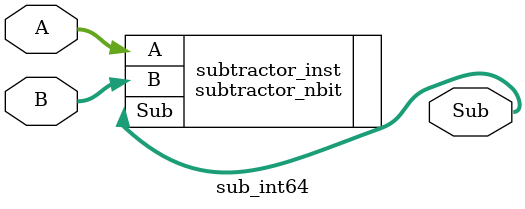
<source format=v>

module sub_int64 #(
    parameter WIDTH = 64
)(
    input [WIDTH-1:0] A,
    input [WIDTH-1:0] B,
    output [WIDTH-1:0] Sub
);
    subtractor_nbit #(
        .WIDTH(WIDTH)
    ) subtractor_inst (
        .A(A),
        .B(B),
        .Sub(Sub)
    );
endmodule

</source>
